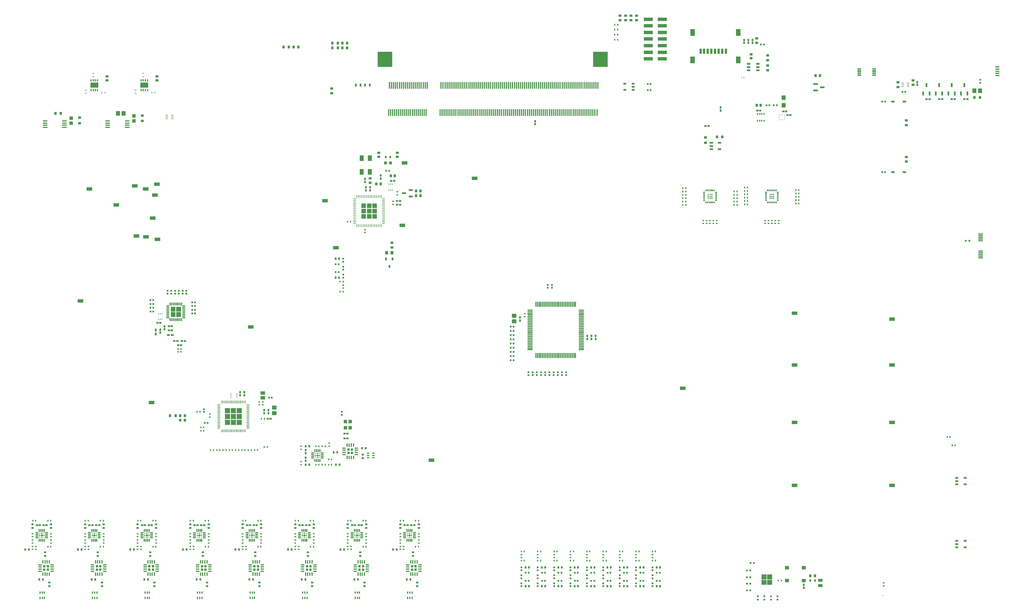
<source format=gtp>
G04*
G04 #@! TF.GenerationSoftware,Altium Limited,Altium Designer,22.10.1 (41)*
G04*
G04 Layer_Color=8421504*
%FSLAX25Y25*%
%MOIN*%
G70*
G04*
G04 #@! TF.SameCoordinates,72A4C529-D447-4618-9FEB-1D22E0D21F89*
G04*
G04*
G04 #@! TF.FilePolarity,Positive*
G04*
G01*
G75*
%ADD26R,0.05236X0.05236*%
%ADD27R,0.01772X0.01772*%
%ADD28R,0.01772X0.01772*%
%ADD29R,0.05866X0.05866*%
%ADD30R,0.02953X0.02953*%
%ADD31R,0.07087X0.03937*%
%ADD32R,0.02362X0.04724*%
%ADD33R,0.04724X0.03937*%
%ADD34R,0.05118X0.01772*%
%ADD35R,0.02165X0.03740*%
%ADD36R,0.02600X0.00900*%
G04:AMPARAMS|DCode=37|XSize=7.87mil|YSize=17.72mil|CornerRadius=1.97mil|HoleSize=0mil|Usage=FLASHONLY|Rotation=180.000|XOffset=0mil|YOffset=0mil|HoleType=Round|Shape=RoundedRectangle|*
%AMROUNDEDRECTD37*
21,1,0.00787,0.01378,0,0,180.0*
21,1,0.00394,0.01772,0,0,180.0*
1,1,0.00394,-0.00197,0.00689*
1,1,0.00394,0.00197,0.00689*
1,1,0.00394,0.00197,-0.00689*
1,1,0.00394,-0.00197,-0.00689*
%
%ADD37ROUNDEDRECTD37*%
%ADD38R,0.04331X0.02362*%
%ADD39R,0.00984X0.00591*%
%ADD40R,0.00984X0.01968*%
%ADD41R,0.02362X0.03150*%
%ADD42R,0.01968X0.01968*%
%ADD43R,0.04921X0.06890*%
%ADD44R,0.01378X0.02756*%
%ADD45R,0.09252X0.06221*%
%ADD46R,0.05200X0.02300*%
%ADD47R,0.04375X0.02365*%
%ADD48O,0.00984X0.03543*%
%ADD49O,0.03543X0.00984*%
%ADD50R,0.00100X0.00100*%
%ADD51R,0.01200X0.03200*%
%ADD52R,0.03200X0.01200*%
%ADD53R,0.03150X0.03740*%
%ADD54R,0.02362X0.02559*%
%ADD55R,0.03543X0.03937*%
%ADD56R,0.02756X0.03543*%
%ADD57R,0.02165X0.01772*%
%ADD58R,0.03347X0.03543*%
%ADD59R,0.02362X0.02165*%
%ADD60R,0.02165X0.03740*%
%ADD61R,0.01063X0.00984*%
%ADD62R,0.05512X0.01772*%
%ADD63R,0.05709X0.07874*%
%ADD64R,0.03150X0.05906*%
%ADD65R,0.01083X0.00984*%
%ADD66R,0.00984X0.01083*%
%ADD67R,0.04528X0.05709*%
%ADD68R,0.01181X0.02756*%
%ADD69R,0.01968X0.01378*%
%ADD70R,0.01378X0.01968*%
%ADD71R,0.01181X0.05906*%
%ADD72R,0.05906X0.01181*%
%ADD73R,0.10827X0.03937*%
%ADD74R,0.05339X0.04152*%
%ADD75R,0.02362X0.02362*%
%ADD76R,0.01073X0.01860*%
%ADD77R,0.02047X0.02047*%
%ADD78R,0.02323X0.02441*%
%ADD79O,0.03543X0.00787*%
%ADD80O,0.00787X0.03543*%
%ADD81O,0.05315X0.01181*%
%ADD82R,0.17700X0.18100*%
%ADD83R,0.01400X0.07900*%
G04:AMPARAMS|DCode=84|XSize=21.65mil|YSize=31.5mil|CornerRadius=1.95mil|HoleSize=0mil|Usage=FLASHONLY|Rotation=90.000|XOffset=0mil|YOffset=0mil|HoleType=Round|Shape=RoundedRectangle|*
%AMROUNDEDRECTD84*
21,1,0.02165,0.02760,0,0,90.0*
21,1,0.01776,0.03150,0,0,90.0*
1,1,0.00390,0.01380,0.00888*
1,1,0.00390,0.01380,-0.00888*
1,1,0.00390,-0.01380,-0.00888*
1,1,0.00390,-0.01380,0.00888*
%
%ADD84ROUNDEDRECTD84*%
%ADD85R,0.01535X0.03956*%
%ADD86R,0.03956X0.01535*%
%ADD87R,0.05472X0.03583*%
%ADD88R,0.03543X0.02756*%
%ADD89R,0.02284X0.02598*%
%ADD90R,0.02835X0.02047*%
%ADD91R,0.02441X0.02598*%
%ADD92R,0.03937X0.04134*%
%ADD93R,0.02200X0.02000*%
%ADD94R,0.02362X0.03740*%
%ADD95R,0.03850X0.02200*%
%ADD96R,0.05512X0.01181*%
%ADD97R,0.03740X0.03150*%
%ADD98R,0.03543X0.02953*%
%ADD99R,0.01860X0.01073*%
%ADD100R,0.04528X0.05512*%
%ADD101R,0.02953X0.03701*%
%ADD102R,0.02598X0.02441*%
%ADD103R,0.05512X0.04528*%
%ADD104R,0.03740X0.02165*%
%ADD105R,0.04331X0.03937*%
%ADD106R,0.02047X0.02835*%
%ADD107R,0.02953X0.03543*%
%ADD108R,0.02756X0.01181*%
%ADD109R,0.02441X0.02323*%
%ADD110R,0.00100X0.00100*%
%ADD111R,0.01772X0.02165*%
%ADD112R,0.02165X0.02362*%
%ADD113R,0.02000X0.02200*%
%ADD114R,0.04921X0.02362*%
G04:AMPARAMS|DCode=115|XSize=7.87mil|YSize=17.72mil|CornerRadius=1.97mil|HoleSize=0mil|Usage=FLASHONLY|Rotation=90.000|XOffset=0mil|YOffset=0mil|HoleType=Round|Shape=RoundedRectangle|*
%AMROUNDEDRECTD115*
21,1,0.00787,0.01378,0,0,90.0*
21,1,0.00394,0.01772,0,0,90.0*
1,1,0.00394,0.00689,0.00197*
1,1,0.00394,0.00689,-0.00197*
1,1,0.00394,-0.00689,-0.00197*
1,1,0.00394,-0.00689,0.00197*
%
%ADD115ROUNDEDRECTD115*%
G36*
X254006Y371894D02*
X248394D01*
Y377506D01*
X254006D01*
Y371894D01*
D02*
G37*
G36*
X247606D02*
X241994D01*
Y377506D01*
X247606D01*
Y371894D01*
D02*
G37*
G36*
X254006Y365494D02*
X248394D01*
Y371106D01*
X254006D01*
Y365494D01*
D02*
G37*
G36*
X247606D02*
X241994D01*
Y371106D01*
X247606D01*
Y365494D01*
D02*
G37*
G36*
X419455Y202444D02*
X419000D01*
X418444Y203000D01*
Y203455D01*
X419455D01*
Y202444D01*
D02*
G37*
G36*
X417656Y203000D02*
X417100Y202444D01*
X415901D01*
X415344Y203000D01*
Y203455D01*
X417656D01*
Y203000D01*
D02*
G37*
G36*
X414556D02*
X414000Y202444D01*
X413545D01*
Y203455D01*
X414556D01*
Y203000D01*
D02*
G37*
G36*
X419455Y199344D02*
X419000D01*
X418444Y199900D01*
Y201099D01*
X419000Y201656D01*
X419455D01*
Y199344D01*
D02*
G37*
G36*
X417656Y201099D02*
Y199900D01*
X417100Y199344D01*
X415901D01*
X415344Y199900D01*
Y201099D01*
X415901Y201656D01*
X417100D01*
X417656Y201099D01*
D02*
G37*
G36*
X414556D02*
Y199900D01*
X414000Y199344D01*
X413545D01*
Y201656D01*
X414000D01*
X414556Y201099D01*
D02*
G37*
G36*
X419455Y197545D02*
X418444D01*
Y198000D01*
X419000Y198556D01*
X419455D01*
Y197545D01*
D02*
G37*
G36*
X417656Y198000D02*
Y197545D01*
X415344D01*
Y198000D01*
X415901Y198556D01*
X417100D01*
X417656Y198000D01*
D02*
G37*
G36*
X414556D02*
Y197545D01*
X413545D01*
Y198556D01*
X414000D01*
X414556Y198000D01*
D02*
G37*
G36*
X528955Y107444D02*
X528501D01*
X527944Y108001D01*
Y108455D01*
X528955D01*
Y107444D01*
D02*
G37*
G36*
X527156Y108001D02*
X526600Y107444D01*
X525400D01*
X524844Y108001D01*
Y108455D01*
X527156D01*
Y108001D01*
D02*
G37*
G36*
X524056D02*
X523499Y107444D01*
X523045D01*
Y108455D01*
X524056D01*
Y108001D01*
D02*
G37*
G36*
X466455Y107444D02*
X466001D01*
X465444Y108001D01*
Y108455D01*
X466455D01*
Y107444D01*
D02*
G37*
G36*
X464656Y108001D02*
X464100Y107444D01*
X462900D01*
X462344Y108001D01*
Y108455D01*
X464656D01*
Y108001D01*
D02*
G37*
G36*
X461556D02*
X460999Y107444D01*
X460545D01*
Y108455D01*
X461556D01*
Y108001D01*
D02*
G37*
G36*
X403955Y107444D02*
X403501D01*
X402944Y108001D01*
Y108455D01*
X403955D01*
Y107444D01*
D02*
G37*
G36*
X402156Y108001D02*
X401600Y107444D01*
X400400D01*
X399844Y108001D01*
Y108455D01*
X402156D01*
Y108001D01*
D02*
G37*
G36*
X399056D02*
X398499Y107444D01*
X398045D01*
Y108455D01*
X399056D01*
Y108001D01*
D02*
G37*
G36*
X341455Y107444D02*
X341001D01*
X340444Y108001D01*
Y108455D01*
X341455D01*
Y107444D01*
D02*
G37*
G36*
X339656Y108001D02*
X339100Y107444D01*
X337900D01*
X337344Y108001D01*
Y108455D01*
X339656D01*
Y108001D01*
D02*
G37*
G36*
X336556D02*
X335999Y107444D01*
X335545D01*
Y108455D01*
X336556D01*
Y108001D01*
D02*
G37*
G36*
X278955Y107444D02*
X278501D01*
X277944Y108001D01*
Y108455D01*
X278955D01*
Y107444D01*
D02*
G37*
G36*
X277156Y108001D02*
X276600Y107444D01*
X275400D01*
X274844Y108001D01*
Y108455D01*
X277156D01*
Y108001D01*
D02*
G37*
G36*
X274056D02*
X273499Y107444D01*
X273045D01*
Y108455D01*
X274056D01*
Y108001D01*
D02*
G37*
G36*
X216455Y107444D02*
X216001D01*
X215444Y108001D01*
Y108455D01*
X216455D01*
Y107444D01*
D02*
G37*
G36*
X214656Y108001D02*
X214100Y107444D01*
X212900D01*
X212344Y108001D01*
Y108455D01*
X214656D01*
Y108001D01*
D02*
G37*
G36*
X211556D02*
X210999Y107444D01*
X210545D01*
Y108455D01*
X211556D01*
Y108001D01*
D02*
G37*
G36*
X153955Y107444D02*
X153500D01*
X152944Y108001D01*
Y108455D01*
X153955D01*
Y107444D01*
D02*
G37*
G36*
X152156Y108001D02*
X151600Y107444D01*
X150400D01*
X149844Y108001D01*
Y108455D01*
X152156D01*
Y108001D01*
D02*
G37*
G36*
X149056D02*
X148500Y107444D01*
X148045D01*
Y108455D01*
X149056D01*
Y108001D01*
D02*
G37*
G36*
X91455Y107444D02*
X91000D01*
X90444Y108001D01*
Y108455D01*
X91455D01*
Y107444D01*
D02*
G37*
G36*
X89656Y108001D02*
X89100Y107444D01*
X87901D01*
X87344Y108001D01*
Y108455D01*
X89656D01*
Y108001D01*
D02*
G37*
G36*
X86556D02*
X86000Y107444D01*
X85545D01*
Y108455D01*
X86556D01*
Y108001D01*
D02*
G37*
G36*
X528955Y104344D02*
X528501D01*
X527944Y104901D01*
Y106099D01*
X528501Y106656D01*
X528955D01*
Y104344D01*
D02*
G37*
G36*
X527156Y106099D02*
Y104901D01*
X526600Y104344D01*
X525400D01*
X524844Y104901D01*
Y106099D01*
X525400Y106656D01*
X526600D01*
X527156Y106099D01*
D02*
G37*
G36*
X524056D02*
Y104901D01*
X523499Y104344D01*
X523045D01*
Y106656D01*
X523499D01*
X524056Y106099D01*
D02*
G37*
G36*
X466455Y104344D02*
X466001D01*
X465444Y104901D01*
Y106099D01*
X466001Y106656D01*
X466455D01*
Y104344D01*
D02*
G37*
G36*
X464656Y106099D02*
Y104901D01*
X464100Y104344D01*
X462900D01*
X462344Y104901D01*
Y106099D01*
X462900Y106656D01*
X464100D01*
X464656Y106099D01*
D02*
G37*
G36*
X461556D02*
Y104901D01*
X460999Y104344D01*
X460545D01*
Y106656D01*
X460999D01*
X461556Y106099D01*
D02*
G37*
G36*
X403955Y104344D02*
X403501D01*
X402944Y104901D01*
Y106099D01*
X403501Y106656D01*
X403955D01*
Y104344D01*
D02*
G37*
G36*
X402156Y106099D02*
Y104901D01*
X401600Y104344D01*
X400400D01*
X399844Y104901D01*
Y106099D01*
X400400Y106656D01*
X401600D01*
X402156Y106099D01*
D02*
G37*
G36*
X399056D02*
Y104901D01*
X398499Y104344D01*
X398045D01*
Y106656D01*
X398499D01*
X399056Y106099D01*
D02*
G37*
G36*
X341455Y104344D02*
X341001D01*
X340444Y104901D01*
Y106099D01*
X341001Y106656D01*
X341455D01*
Y104344D01*
D02*
G37*
G36*
X339656Y106099D02*
Y104901D01*
X339100Y104344D01*
X337900D01*
X337344Y104901D01*
Y106099D01*
X337900Y106656D01*
X339100D01*
X339656Y106099D01*
D02*
G37*
G36*
X336556D02*
Y104901D01*
X335999Y104344D01*
X335545D01*
Y106656D01*
X335999D01*
X336556Y106099D01*
D02*
G37*
G36*
X278955Y104344D02*
X278501D01*
X277944Y104901D01*
Y106099D01*
X278501Y106656D01*
X278955D01*
Y104344D01*
D02*
G37*
G36*
X277156Y106099D02*
Y104901D01*
X276600Y104344D01*
X275400D01*
X274844Y104901D01*
Y106099D01*
X275400Y106656D01*
X276600D01*
X277156Y106099D01*
D02*
G37*
G36*
X274056D02*
Y104901D01*
X273499Y104344D01*
X273045D01*
Y106656D01*
X273499D01*
X274056Y106099D01*
D02*
G37*
G36*
X216455Y104344D02*
X216001D01*
X215444Y104901D01*
Y106099D01*
X216001Y106656D01*
X216455D01*
Y104344D01*
D02*
G37*
G36*
X214656Y106099D02*
Y104901D01*
X214100Y104344D01*
X212900D01*
X212344Y104901D01*
Y106099D01*
X212900Y106656D01*
X214100D01*
X214656Y106099D01*
D02*
G37*
G36*
X211556D02*
Y104901D01*
X210999Y104344D01*
X210545D01*
Y106656D01*
X210999D01*
X211556Y106099D01*
D02*
G37*
G36*
X153955Y104344D02*
X153500D01*
X152944Y104901D01*
Y106099D01*
X153500Y106656D01*
X153955D01*
Y104344D01*
D02*
G37*
G36*
X152156Y106099D02*
Y104901D01*
X151600Y104344D01*
X150400D01*
X149844Y104901D01*
Y106099D01*
X150400Y106656D01*
X151600D01*
X152156Y106099D01*
D02*
G37*
G36*
X149056D02*
Y104901D01*
X148500Y104344D01*
X148045D01*
Y106656D01*
X148500D01*
X149056Y106099D01*
D02*
G37*
G36*
X91455Y104344D02*
X91000D01*
X90444Y104901D01*
Y106099D01*
X91000Y106656D01*
X91455D01*
Y104344D01*
D02*
G37*
G36*
X89656Y106099D02*
Y104901D01*
X89100Y104344D01*
X87901D01*
X87344Y104901D01*
Y106099D01*
X87901Y106656D01*
X89100D01*
X89656Y106099D01*
D02*
G37*
G36*
X86556D02*
Y104901D01*
X86000Y104344D01*
X85545D01*
Y106656D01*
X86000D01*
X86556Y106099D01*
D02*
G37*
G36*
X528955Y102545D02*
X527944D01*
Y102999D01*
X528501Y103556D01*
X528955D01*
Y102545D01*
D02*
G37*
G36*
X527156Y102999D02*
Y102545D01*
X524844D01*
Y102999D01*
X525400Y103556D01*
X526600D01*
X527156Y102999D01*
D02*
G37*
G36*
X524056D02*
Y102545D01*
X523045D01*
Y103556D01*
X523499D01*
X524056Y102999D01*
D02*
G37*
G36*
X466455Y102545D02*
X465444D01*
Y102999D01*
X466001Y103556D01*
X466455D01*
Y102545D01*
D02*
G37*
G36*
X464656Y102999D02*
Y102545D01*
X462344D01*
Y102999D01*
X462900Y103556D01*
X464100D01*
X464656Y102999D01*
D02*
G37*
G36*
X461556D02*
Y102545D01*
X460545D01*
Y103556D01*
X460999D01*
X461556Y102999D01*
D02*
G37*
G36*
X403955Y102545D02*
X402944D01*
Y102999D01*
X403501Y103556D01*
X403955D01*
Y102545D01*
D02*
G37*
G36*
X402156Y102999D02*
Y102545D01*
X399844D01*
Y102999D01*
X400400Y103556D01*
X401600D01*
X402156Y102999D01*
D02*
G37*
G36*
X399056D02*
Y102545D01*
X398045D01*
Y103556D01*
X398499D01*
X399056Y102999D01*
D02*
G37*
G36*
X341455Y102545D02*
X340444D01*
Y102999D01*
X341001Y103556D01*
X341455D01*
Y102545D01*
D02*
G37*
G36*
X339656Y102999D02*
Y102545D01*
X337344D01*
Y102999D01*
X337900Y103556D01*
X339100D01*
X339656Y102999D01*
D02*
G37*
G36*
X336556D02*
Y102545D01*
X335545D01*
Y103556D01*
X335999D01*
X336556Y102999D01*
D02*
G37*
G36*
X278955Y102545D02*
X277944D01*
Y102999D01*
X278501Y103556D01*
X278955D01*
Y102545D01*
D02*
G37*
G36*
X277156Y102999D02*
Y102545D01*
X274844D01*
Y102999D01*
X275400Y103556D01*
X276600D01*
X277156Y102999D01*
D02*
G37*
G36*
X274056D02*
Y102545D01*
X273045D01*
Y103556D01*
X273499D01*
X274056Y102999D01*
D02*
G37*
G36*
X216455Y102545D02*
X215444D01*
Y102999D01*
X216001Y103556D01*
X216455D01*
Y102545D01*
D02*
G37*
G36*
X214656Y102999D02*
Y102545D01*
X212344D01*
Y102999D01*
X212900Y103556D01*
X214100D01*
X214656Y102999D01*
D02*
G37*
G36*
X211556D02*
Y102545D01*
X210545D01*
Y103556D01*
X210999D01*
X211556Y102999D01*
D02*
G37*
G36*
X153955Y102545D02*
X152944D01*
Y102999D01*
X153500Y103556D01*
X153955D01*
Y102545D01*
D02*
G37*
G36*
X152156Y102999D02*
Y102545D01*
X149844D01*
Y102999D01*
X150400Y103556D01*
X151600D01*
X152156Y102999D01*
D02*
G37*
G36*
X149056D02*
Y102545D01*
X148045D01*
Y103556D01*
X148500D01*
X149056Y102999D01*
D02*
G37*
G36*
X91455Y102545D02*
X90444D01*
Y102999D01*
X91000Y103556D01*
X91455D01*
Y102545D01*
D02*
G37*
G36*
X89656Y102999D02*
Y102545D01*
X87344D01*
Y102999D01*
X87901Y103556D01*
X89100D01*
X89656Y102999D01*
D02*
G37*
G36*
X86556D02*
Y102545D01*
X85545D01*
Y103556D01*
X86000D01*
X86556Y102999D01*
D02*
G37*
G36*
X957364Y53035D02*
X951551D01*
Y58848D01*
X957364D01*
Y53035D01*
D02*
G37*
G36*
X950764D02*
X944951D01*
Y58848D01*
X950764D01*
Y53035D01*
D02*
G37*
G36*
X957364Y46435D02*
X951551D01*
Y52248D01*
X957364D01*
Y46435D01*
D02*
G37*
G36*
X950764D02*
X944951D01*
Y52248D01*
X950764D01*
Y46435D01*
D02*
G37*
D26*
X484453Y497937D02*
D03*
X484452Y491504D02*
D03*
Y485075D02*
D03*
X478032Y497937D02*
D03*
X471595Y497937D02*
D03*
X471594Y491503D02*
D03*
X478031Y491504D02*
D03*
X471594Y485074D02*
D03*
X478031Y485075D02*
D03*
D27*
X955019Y511119D02*
D03*
X957172Y511103D02*
D03*
X959239D02*
D03*
X881518Y511119D02*
D03*
X883672Y511103D02*
D03*
X885739D02*
D03*
D28*
X955105Y509033D02*
D03*
X955113Y506970D02*
D03*
X957172Y509033D02*
D03*
Y506970D02*
D03*
X959239Y509033D02*
D03*
Y506970D02*
D03*
X881605Y509033D02*
D03*
X881613Y506970D02*
D03*
X883672Y509033D02*
D03*
Y506970D02*
D03*
X885739Y509033D02*
D03*
Y506970D02*
D03*
D29*
X323560Y253984D02*
D03*
X316504D02*
D03*
X323560Y246929D02*
D03*
X316504D02*
D03*
X316504Y239890D02*
D03*
X323559D02*
D03*
X309484D02*
D03*
X309485Y253984D02*
D03*
Y246929D02*
D03*
D30*
X533236Y68567D02*
D03*
X533236Y64437D02*
D03*
X529102Y68567D02*
D03*
X529102Y64437D02*
D03*
X453433Y207575D02*
D03*
X457563D02*
D03*
X453433Y203441D02*
D03*
X457563D02*
D03*
X95736Y68567D02*
D03*
X95736Y64437D02*
D03*
X91602Y68567D02*
D03*
X91602Y64437D02*
D03*
X154102D02*
D03*
X154102Y68567D02*
D03*
X158236Y64437D02*
D03*
X158236Y68567D02*
D03*
X216602Y64437D02*
D03*
X216602Y68567D02*
D03*
X220736Y64437D02*
D03*
X220736Y68567D02*
D03*
X279102Y64437D02*
D03*
Y68567D02*
D03*
X283236Y64437D02*
D03*
Y68567D02*
D03*
X341602Y64437D02*
D03*
Y68567D02*
D03*
X345736Y64437D02*
D03*
Y68567D02*
D03*
X404102Y64437D02*
D03*
Y68567D02*
D03*
X408236Y64437D02*
D03*
Y68567D02*
D03*
X470736Y68567D02*
D03*
X470736Y64437D02*
D03*
X466602Y68567D02*
D03*
X466602Y64437D02*
D03*
D31*
X145000Y518000D02*
D03*
X199181Y521500D02*
D03*
X212000Y518000D02*
D03*
X201000Y462000D02*
D03*
X212500Y461000D02*
D03*
X226000Y458000D02*
D03*
X220500Y483095D02*
D03*
X223000Y510500D02*
D03*
X225500Y523500D02*
D03*
X177000Y499000D02*
D03*
X218972Y263386D02*
D03*
X984000Y370000D02*
D03*
X1100000Y363000D02*
D03*
X984000Y240000D02*
D03*
X1100000D02*
D03*
Y165000D02*
D03*
X984000D02*
D03*
X552205Y194748D02*
D03*
X337000Y353500D02*
D03*
X134500Y384500D02*
D03*
X1100000Y308071D02*
D03*
X984000D02*
D03*
X438500Y448000D02*
D03*
X517500Y474500D02*
D03*
X425500Y504000D02*
D03*
X520000Y549000D02*
D03*
X603386Y530687D02*
D03*
X851000Y280500D02*
D03*
D32*
X1137260Y631579D02*
D03*
X1144740D02*
D03*
X1141000Y641421D02*
D03*
X1152260Y631579D02*
D03*
X1159740D02*
D03*
X1156000Y641421D02*
D03*
X1167260Y631579D02*
D03*
X1174740D02*
D03*
X1171000Y641421D02*
D03*
X1182260Y631579D02*
D03*
X1189740D02*
D03*
X1186000Y641421D02*
D03*
D33*
X975158Y51642D02*
D03*
Y66996D02*
D03*
X995158D02*
D03*
Y51642D02*
D03*
D34*
X1225583Y663118D02*
D03*
Y660559D02*
D03*
Y658000D02*
D03*
Y655441D02*
D03*
Y652882D02*
D03*
D35*
X224000Y349764D02*
D03*
Y345236D02*
D03*
D36*
X1119250Y643713D02*
D03*
Y641744D02*
D03*
Y639776D02*
D03*
X1112750D02*
D03*
Y641744D02*
D03*
Y643713D02*
D03*
X237250Y605469D02*
D03*
Y603500D02*
D03*
Y601532D02*
D03*
X243750D02*
D03*
Y603500D02*
D03*
Y605469D02*
D03*
D37*
X501532Y523445D02*
D03*
X503500D02*
D03*
X505469D02*
D03*
Y516555D02*
D03*
X503500D02*
D03*
X501532D02*
D03*
X231492Y369264D02*
D03*
X229524D02*
D03*
X227555D02*
D03*
Y362374D02*
D03*
X229524D02*
D03*
X231492D02*
D03*
D38*
X885276Y572740D02*
D03*
Y569000D02*
D03*
Y565260D02*
D03*
X894724D02*
D03*
Y572740D02*
D03*
D39*
X921220Y651189D02*
D03*
Y649811D02*
D03*
D40*
X923779Y650500D02*
D03*
D41*
X1002902Y51642D02*
D03*
X1008413D02*
D03*
X503256Y556000D02*
D03*
X497744D02*
D03*
D42*
X717500Y67319D02*
D03*
Y63776D02*
D03*
Y57819D02*
D03*
Y54276D02*
D03*
X447000Y434772D02*
D03*
Y431228D02*
D03*
Y421728D02*
D03*
Y425272D02*
D03*
Y412228D02*
D03*
Y415772D02*
D03*
X795500Y48319D02*
D03*
Y44776D02*
D03*
Y57819D02*
D03*
Y54276D02*
D03*
Y67319D02*
D03*
Y63776D02*
D03*
X698000Y48319D02*
D03*
Y44776D02*
D03*
Y57819D02*
D03*
Y54276D02*
D03*
Y67319D02*
D03*
Y63776D02*
D03*
X776000Y48319D02*
D03*
Y44776D02*
D03*
Y57819D02*
D03*
Y54276D02*
D03*
Y67319D02*
D03*
Y63776D02*
D03*
X678500Y48319D02*
D03*
Y44776D02*
D03*
Y57819D02*
D03*
Y54276D02*
D03*
Y67319D02*
D03*
Y63776D02*
D03*
X756500Y48319D02*
D03*
Y44776D02*
D03*
Y57819D02*
D03*
Y54276D02*
D03*
Y67319D02*
D03*
Y63776D02*
D03*
X659000Y48319D02*
D03*
Y44776D02*
D03*
Y57819D02*
D03*
Y54276D02*
D03*
Y67319D02*
D03*
Y63776D02*
D03*
X737000Y48319D02*
D03*
Y44776D02*
D03*
Y57819D02*
D03*
Y54276D02*
D03*
Y67319D02*
D03*
Y63776D02*
D03*
X815000Y48319D02*
D03*
Y44776D02*
D03*
Y57819D02*
D03*
Y54276D02*
D03*
Y67319D02*
D03*
Y63776D02*
D03*
X717500Y48319D02*
D03*
Y44776D02*
D03*
D43*
X478942Y538232D02*
D03*
X469257D02*
D03*
X478942Y554374D02*
D03*
X469257D02*
D03*
D44*
X214339Y647307D02*
D03*
X211779D02*
D03*
X209221D02*
D03*
X206661D02*
D03*
Y635693D02*
D03*
X209221D02*
D03*
X211779D02*
D03*
X214339D02*
D03*
X154839Y647307D02*
D03*
X152279D02*
D03*
X149721D02*
D03*
X147161D02*
D03*
Y635693D02*
D03*
X149721D02*
D03*
X152279D02*
D03*
X154839D02*
D03*
D45*
X210500Y641500D02*
D03*
X151000D02*
D03*
D46*
X1017000Y639000D02*
D03*
X1009000Y635260D02*
D03*
Y642740D02*
D03*
D47*
X1114791Y538000D02*
D03*
X1101209D02*
D03*
X1114791Y622000D02*
D03*
X1101209D02*
D03*
D48*
X492764Y508724D02*
D03*
X490795D02*
D03*
X488827D02*
D03*
X486858D02*
D03*
X484890D02*
D03*
X482921D02*
D03*
X480953D02*
D03*
X478984D02*
D03*
X477016D02*
D03*
X475047D02*
D03*
X473079D02*
D03*
X471110D02*
D03*
X469142D02*
D03*
X467173D02*
D03*
X465205D02*
D03*
X463236D02*
D03*
Y474276D02*
D03*
X465205D02*
D03*
X467173D02*
D03*
X469142D02*
D03*
X471110D02*
D03*
X473079D02*
D03*
X475047D02*
D03*
X477016D02*
D03*
X478984D02*
D03*
X480953D02*
D03*
X482921D02*
D03*
X484890D02*
D03*
X486858D02*
D03*
X488827D02*
D03*
X490795D02*
D03*
X492764D02*
D03*
D49*
X460776Y506264D02*
D03*
Y504295D02*
D03*
Y502327D02*
D03*
Y500358D02*
D03*
Y498390D02*
D03*
Y496421D02*
D03*
Y494453D02*
D03*
Y492484D02*
D03*
Y490516D02*
D03*
Y488547D02*
D03*
Y486579D02*
D03*
Y484610D02*
D03*
Y482642D02*
D03*
Y480673D02*
D03*
Y478705D02*
D03*
Y476736D02*
D03*
X495224D02*
D03*
Y478705D02*
D03*
Y480673D02*
D03*
Y482642D02*
D03*
Y484610D02*
D03*
Y486579D02*
D03*
Y488547D02*
D03*
Y490516D02*
D03*
Y492484D02*
D03*
Y494453D02*
D03*
Y496421D02*
D03*
Y498390D02*
D03*
Y500358D02*
D03*
Y502327D02*
D03*
Y504295D02*
D03*
Y506264D02*
D03*
D50*
X401000Y105500D02*
D03*
X526000D02*
D03*
X248000Y371500D02*
D03*
X88500Y105500D02*
D03*
X151000D02*
D03*
X213500D02*
D03*
X276000D02*
D03*
X338500D02*
D03*
X463500D02*
D03*
D51*
X403953Y99700D02*
D03*
X401984D02*
D03*
X400016D02*
D03*
X398047D02*
D03*
Y111300D02*
D03*
X400016D02*
D03*
X401984D02*
D03*
X403953D02*
D03*
X528953D02*
D03*
X526984D02*
D03*
X525016D02*
D03*
X523047D02*
D03*
Y99700D02*
D03*
X525016D02*
D03*
X526984D02*
D03*
X528953D02*
D03*
X254890Y380950D02*
D03*
X252921D02*
D03*
X250953D02*
D03*
X248984D02*
D03*
X247016D02*
D03*
X245047D02*
D03*
X243079D02*
D03*
X241110D02*
D03*
Y362050D02*
D03*
X243079D02*
D03*
X245047D02*
D03*
X247016D02*
D03*
X248984D02*
D03*
X250953D02*
D03*
X252921D02*
D03*
X254890D02*
D03*
X419453Y206300D02*
D03*
X417484D02*
D03*
X415516D02*
D03*
X413547D02*
D03*
Y194700D02*
D03*
X415516D02*
D03*
X417484D02*
D03*
X419453D02*
D03*
X91453Y111300D02*
D03*
X89484D02*
D03*
X87516D02*
D03*
X85547D02*
D03*
Y99700D02*
D03*
X87516D02*
D03*
X89484D02*
D03*
X91453D02*
D03*
X153953D02*
D03*
X151984D02*
D03*
X150016D02*
D03*
X148047D02*
D03*
Y111300D02*
D03*
X150016D02*
D03*
X151984D02*
D03*
X153953D02*
D03*
X216453Y99700D02*
D03*
X214484D02*
D03*
X212516D02*
D03*
X210547D02*
D03*
Y111300D02*
D03*
X212516D02*
D03*
X214484D02*
D03*
X216453D02*
D03*
X278953Y99700D02*
D03*
X276984D02*
D03*
X275016D02*
D03*
X273047D02*
D03*
Y111300D02*
D03*
X275016D02*
D03*
X276984D02*
D03*
X278953D02*
D03*
X341453D02*
D03*
X339484D02*
D03*
X337516D02*
D03*
X335547D02*
D03*
Y99700D02*
D03*
X337516D02*
D03*
X339484D02*
D03*
X341453D02*
D03*
X466453Y111300D02*
D03*
X464484D02*
D03*
X462516D02*
D03*
X460547D02*
D03*
Y99700D02*
D03*
X462516D02*
D03*
X464484D02*
D03*
X466453D02*
D03*
D52*
X395200Y102547D02*
D03*
Y104516D02*
D03*
Y106484D02*
D03*
Y108453D02*
D03*
X406800D02*
D03*
Y106484D02*
D03*
Y104516D02*
D03*
Y102547D02*
D03*
X531800D02*
D03*
Y104516D02*
D03*
Y106484D02*
D03*
Y108453D02*
D03*
X520200D02*
D03*
Y106484D02*
D03*
Y104516D02*
D03*
Y102547D02*
D03*
X257450Y364610D02*
D03*
Y366579D02*
D03*
Y368547D02*
D03*
Y370516D02*
D03*
Y372484D02*
D03*
Y374453D02*
D03*
Y376421D02*
D03*
Y378390D02*
D03*
X238550D02*
D03*
Y376421D02*
D03*
Y374453D02*
D03*
Y372484D02*
D03*
Y370516D02*
D03*
Y368547D02*
D03*
Y366579D02*
D03*
Y364610D02*
D03*
X410700Y203453D02*
D03*
Y201484D02*
D03*
Y199516D02*
D03*
Y197547D02*
D03*
X422300D02*
D03*
Y199516D02*
D03*
Y201484D02*
D03*
Y203453D02*
D03*
X94300Y102547D02*
D03*
Y104516D02*
D03*
Y106484D02*
D03*
Y108453D02*
D03*
X82700D02*
D03*
Y106484D02*
D03*
Y104516D02*
D03*
Y102547D02*
D03*
X145200D02*
D03*
Y104516D02*
D03*
Y106484D02*
D03*
Y108453D02*
D03*
X156800D02*
D03*
Y106484D02*
D03*
Y104516D02*
D03*
Y102547D02*
D03*
X207700D02*
D03*
Y104516D02*
D03*
Y106484D02*
D03*
Y108453D02*
D03*
X219300D02*
D03*
Y106484D02*
D03*
Y104516D02*
D03*
Y102547D02*
D03*
X270200D02*
D03*
Y104516D02*
D03*
Y106484D02*
D03*
Y108453D02*
D03*
X281800D02*
D03*
Y106484D02*
D03*
Y104516D02*
D03*
Y102547D02*
D03*
X344300D02*
D03*
Y104516D02*
D03*
Y106484D02*
D03*
Y108453D02*
D03*
X332700D02*
D03*
Y106484D02*
D03*
Y104516D02*
D03*
Y102547D02*
D03*
X469300D02*
D03*
Y104516D02*
D03*
Y106484D02*
D03*
Y108453D02*
D03*
X457700D02*
D03*
Y106484D02*
D03*
Y104516D02*
D03*
Y102547D02*
D03*
D53*
X486342Y524000D02*
D03*
X491657D02*
D03*
X376039Y686721D02*
D03*
X382535D02*
D03*
X434252Y686000D02*
D03*
X440748D02*
D03*
X247748Y248000D02*
D03*
X241252D02*
D03*
X891752Y580000D02*
D03*
X898248D02*
D03*
X104752Y608000D02*
D03*
X111248D02*
D03*
X1198252Y627000D02*
D03*
X1204748D02*
D03*
X434252Y691500D02*
D03*
X440748D02*
D03*
D54*
X675500Y595327D02*
D03*
Y598673D02*
D03*
D55*
X505150Y442000D02*
D03*
X498850D02*
D03*
D56*
X1008413Y57142D02*
D03*
X1002902D02*
D03*
X258756Y242500D02*
D03*
X253244D02*
D03*
X1009044Y653000D02*
D03*
X1014556D02*
D03*
X451756Y691500D02*
D03*
X446244D02*
D03*
X446244Y686000D02*
D03*
X451756D02*
D03*
X388231Y686721D02*
D03*
X393743D02*
D03*
X258756Y248000D02*
D03*
X253244D02*
D03*
D57*
X1090000Y48772D02*
D03*
Y45228D02*
D03*
X511500Y510976D02*
D03*
Y514520D02*
D03*
X473079Y469272D02*
D03*
Y465728D02*
D03*
X506500Y503114D02*
D03*
Y499571D02*
D03*
X663000Y365728D02*
D03*
Y369272D02*
D03*
X288500Y246228D02*
D03*
Y249772D02*
D03*
X351500Y264272D02*
D03*
Y260728D02*
D03*
X347500D02*
D03*
Y264272D02*
D03*
X254232Y327272D02*
D03*
Y323728D02*
D03*
X250768D02*
D03*
Y327272D02*
D03*
X397000Y189528D02*
D03*
Y193072D02*
D03*
Y211472D02*
D03*
Y207928D02*
D03*
X430500Y215072D02*
D03*
Y211528D02*
D03*
X447000Y403272D02*
D03*
Y399728D02*
D03*
X77500Y92272D02*
D03*
Y88728D02*
D03*
X140000D02*
D03*
Y92272D02*
D03*
X202500Y88728D02*
D03*
Y92272D02*
D03*
X265000Y88728D02*
D03*
Y92272D02*
D03*
X327500Y88728D02*
D03*
Y92272D02*
D03*
X390000Y88728D02*
D03*
Y92272D02*
D03*
X452500D02*
D03*
Y88728D02*
D03*
X515000Y92272D02*
D03*
Y88728D02*
D03*
X81500Y92272D02*
D03*
Y88728D02*
D03*
X144000D02*
D03*
Y92272D02*
D03*
X206500Y88728D02*
D03*
Y92272D02*
D03*
X269000Y88728D02*
D03*
Y92272D02*
D03*
X331500Y88728D02*
D03*
Y92272D02*
D03*
X394000Y88728D02*
D03*
Y92272D02*
D03*
X456500D02*
D03*
Y88728D02*
D03*
X519000Y92272D02*
D03*
Y88728D02*
D03*
X77500Y96228D02*
D03*
Y99772D02*
D03*
X140000D02*
D03*
Y96228D02*
D03*
X202500Y99772D02*
D03*
Y96228D02*
D03*
X265000Y99772D02*
D03*
Y96228D02*
D03*
X327500Y99772D02*
D03*
Y96228D02*
D03*
X390000Y99772D02*
D03*
Y96228D02*
D03*
X452500D02*
D03*
Y99772D02*
D03*
X515000Y96228D02*
D03*
Y99772D02*
D03*
X99500Y96228D02*
D03*
Y99772D02*
D03*
X162000D02*
D03*
Y96228D02*
D03*
X224500Y99772D02*
D03*
Y96228D02*
D03*
X287000Y99772D02*
D03*
Y96228D02*
D03*
X349500Y99772D02*
D03*
Y96228D02*
D03*
X412000Y99772D02*
D03*
Y96228D02*
D03*
X474500D02*
D03*
Y99772D02*
D03*
X537000Y96228D02*
D03*
Y99772D02*
D03*
X99500Y103728D02*
D03*
Y107272D02*
D03*
X162000D02*
D03*
Y103728D02*
D03*
X224500Y107272D02*
D03*
Y103728D02*
D03*
X287000Y107272D02*
D03*
Y103728D02*
D03*
X349500Y107272D02*
D03*
Y103728D02*
D03*
X412000Y107272D02*
D03*
Y103728D02*
D03*
X474500D02*
D03*
Y107272D02*
D03*
X537000Y103728D02*
D03*
Y107272D02*
D03*
X77500Y103728D02*
D03*
Y107272D02*
D03*
X140000D02*
D03*
Y103728D02*
D03*
X202500Y107272D02*
D03*
Y103728D02*
D03*
X265000Y107272D02*
D03*
Y103728D02*
D03*
X327500Y107272D02*
D03*
Y103728D02*
D03*
X390000Y107272D02*
D03*
Y103728D02*
D03*
X452500D02*
D03*
Y107272D02*
D03*
X515000Y103728D02*
D03*
Y107272D02*
D03*
X795500Y82319D02*
D03*
Y78776D02*
D03*
X698000Y82319D02*
D03*
Y78776D02*
D03*
X776000Y82319D02*
D03*
Y78776D02*
D03*
X678500Y82319D02*
D03*
Y78776D02*
D03*
X756500Y82319D02*
D03*
Y78776D02*
D03*
X659000Y82319D02*
D03*
Y78776D02*
D03*
X737000Y82319D02*
D03*
Y78776D02*
D03*
X815000Y82319D02*
D03*
Y78776D02*
D03*
X717500Y82319D02*
D03*
Y78776D02*
D03*
X875500Y476728D02*
D03*
Y480272D02*
D03*
X879500Y476728D02*
D03*
Y480272D02*
D03*
X883500Y476728D02*
D03*
Y480272D02*
D03*
X887500Y476728D02*
D03*
Y480272D02*
D03*
X891500Y476728D02*
D03*
Y480272D02*
D03*
X949000Y476728D02*
D03*
Y480272D02*
D03*
X953000Y476728D02*
D03*
Y480272D02*
D03*
X957000Y476728D02*
D03*
Y480272D02*
D03*
X961000Y476728D02*
D03*
Y480272D02*
D03*
X965000Y476728D02*
D03*
Y480272D02*
D03*
D58*
X497449Y549000D02*
D03*
X503551D02*
D03*
D59*
X812673Y643000D02*
D03*
X809327D02*
D03*
X1112327Y633500D02*
D03*
X1115673D02*
D03*
X1088327Y622000D02*
D03*
X1091673D02*
D03*
X1088327Y538000D02*
D03*
X1091673D02*
D03*
X649673Y354000D02*
D03*
X646327D02*
D03*
X649673Y349000D02*
D03*
X646327D02*
D03*
X649673Y344000D02*
D03*
X646327D02*
D03*
X649673Y339000D02*
D03*
X646327D02*
D03*
X649673Y334000D02*
D03*
X646327D02*
D03*
X649673Y329000D02*
D03*
X646327D02*
D03*
X649673Y319000D02*
D03*
X646327D02*
D03*
X649673Y314000D02*
D03*
X646327D02*
D03*
Y324000D02*
D03*
X649673D02*
D03*
X285673Y239126D02*
D03*
X282327D02*
D03*
X267327Y369500D02*
D03*
X270673D02*
D03*
X267327Y374000D02*
D03*
X270673D02*
D03*
X267327Y378500D02*
D03*
X270673D02*
D03*
X267327Y383000D02*
D03*
X270673D02*
D03*
X221173Y385500D02*
D03*
X217827D02*
D03*
Y381000D02*
D03*
X221173D02*
D03*
X217827Y376500D02*
D03*
X221173D02*
D03*
X217827Y372000D02*
D03*
X221173D02*
D03*
X812673Y635500D02*
D03*
X809327D02*
D03*
D60*
X478854Y641500D02*
D03*
X473146D02*
D03*
X467854D02*
D03*
X462146D02*
D03*
D61*
X1090000Y34000D02*
D03*
X1088327D02*
D03*
D62*
X166886Y598839D02*
D03*
Y596279D02*
D03*
Y593720D02*
D03*
Y591161D02*
D03*
X190114Y598839D02*
D03*
Y596279D02*
D03*
Y593720D02*
D03*
Y591161D02*
D03*
X92386Y598839D02*
D03*
Y596279D02*
D03*
Y593720D02*
D03*
Y591161D02*
D03*
X115614Y598839D02*
D03*
Y596279D02*
D03*
Y593720D02*
D03*
Y591161D02*
D03*
D63*
X862933Y671496D02*
D03*
Y704173D02*
D03*
X917067D02*
D03*
Y671496D02*
D03*
D64*
X902618Y681732D02*
D03*
X898287D02*
D03*
X893957D02*
D03*
X889626D02*
D03*
X885295D02*
D03*
X880965D02*
D03*
X876634D02*
D03*
X872303D02*
D03*
D65*
X971982Y600118D02*
D03*
Y602087D02*
D03*
Y604055D02*
D03*
Y606024D02*
D03*
X965978D02*
D03*
Y604055D02*
D03*
Y602087D02*
D03*
Y600118D02*
D03*
D66*
X969965Y606073D02*
D03*
X967997D02*
D03*
Y600069D02*
D03*
X969965D02*
D03*
D67*
X970980Y626598D02*
D03*
Y617543D02*
D03*
D68*
X523941Y37150D02*
D03*
X526500D02*
D03*
X529059D02*
D03*
Y30850D02*
D03*
X526500D02*
D03*
X523941D02*
D03*
X86441D02*
D03*
X89000D02*
D03*
X91559D02*
D03*
Y37150D02*
D03*
X89000D02*
D03*
X86441D02*
D03*
X148941D02*
D03*
X151500D02*
D03*
X154059D02*
D03*
Y30850D02*
D03*
X151500D02*
D03*
X148941D02*
D03*
X211441Y37150D02*
D03*
X214000D02*
D03*
X216559D02*
D03*
Y30850D02*
D03*
X214000D02*
D03*
X211441D02*
D03*
X273941Y37150D02*
D03*
X276500D02*
D03*
X279059D02*
D03*
Y30850D02*
D03*
X276500D02*
D03*
X273941D02*
D03*
X336441Y37150D02*
D03*
X339000D02*
D03*
X341559D02*
D03*
Y30850D02*
D03*
X339000D02*
D03*
X336441D02*
D03*
X398941Y37150D02*
D03*
X401500D02*
D03*
X404059D02*
D03*
Y30850D02*
D03*
X401500D02*
D03*
X398941D02*
D03*
X461441D02*
D03*
X464000D02*
D03*
X466559D02*
D03*
Y37150D02*
D03*
X464000D02*
D03*
X461441D02*
D03*
D69*
X950095Y514016D02*
D03*
Y512048D02*
D03*
Y510079D02*
D03*
Y508111D02*
D03*
Y506143D02*
D03*
Y504174D02*
D03*
X964268D02*
D03*
Y506143D02*
D03*
Y508111D02*
D03*
Y510079D02*
D03*
Y512048D02*
D03*
Y514016D02*
D03*
X876595D02*
D03*
Y512048D02*
D03*
Y510079D02*
D03*
Y508111D02*
D03*
Y506143D02*
D03*
Y504174D02*
D03*
X890768D02*
D03*
Y506143D02*
D03*
Y508111D02*
D03*
Y510079D02*
D03*
Y512048D02*
D03*
Y514016D02*
D03*
D70*
X952260Y502009D02*
D03*
X954229D02*
D03*
X956197D02*
D03*
X958166D02*
D03*
X960134D02*
D03*
X962103D02*
D03*
Y516182D02*
D03*
X960134D02*
D03*
X958166D02*
D03*
X956197D02*
D03*
X954229D02*
D03*
X952260D02*
D03*
X947819Y599071D02*
D03*
X945260D02*
D03*
X942701D02*
D03*
X940142D02*
D03*
Y607071D02*
D03*
X942701D02*
D03*
X945260D02*
D03*
X947819D02*
D03*
X878760Y502009D02*
D03*
X880729D02*
D03*
X882697D02*
D03*
X884666D02*
D03*
X886634D02*
D03*
X888603D02*
D03*
Y516182D02*
D03*
X886634D02*
D03*
X884666D02*
D03*
X882697D02*
D03*
X880729D02*
D03*
X878760D02*
D03*
D71*
X723622Y380512D02*
D03*
X721654D02*
D03*
X719685D02*
D03*
X717717D02*
D03*
X715748D02*
D03*
X713779D02*
D03*
X711811D02*
D03*
X709842D02*
D03*
X707874D02*
D03*
X705905D02*
D03*
X703937D02*
D03*
X701968D02*
D03*
X700000D02*
D03*
X698032D02*
D03*
X696063D02*
D03*
X694095D02*
D03*
X692126D02*
D03*
X690158D02*
D03*
X688189D02*
D03*
X686221D02*
D03*
X684252D02*
D03*
X682283D02*
D03*
X680315D02*
D03*
X678346D02*
D03*
X676378D02*
D03*
Y319488D02*
D03*
X678346D02*
D03*
X680315D02*
D03*
X682283D02*
D03*
X684252D02*
D03*
X686221D02*
D03*
X688189D02*
D03*
X690158D02*
D03*
X692126D02*
D03*
X694095D02*
D03*
X696063D02*
D03*
X698032D02*
D03*
X700000D02*
D03*
X701968D02*
D03*
X703937D02*
D03*
X705905D02*
D03*
X707874D02*
D03*
X709842D02*
D03*
X711811D02*
D03*
X713779D02*
D03*
X715748D02*
D03*
X717717D02*
D03*
X719685D02*
D03*
X721654D02*
D03*
X723622D02*
D03*
D72*
X669488Y373622D02*
D03*
Y371654D02*
D03*
Y369685D02*
D03*
Y367717D02*
D03*
Y365748D02*
D03*
Y363779D02*
D03*
Y361811D02*
D03*
Y359842D02*
D03*
Y357874D02*
D03*
Y355906D02*
D03*
Y353937D02*
D03*
Y351969D02*
D03*
Y350000D02*
D03*
Y348031D02*
D03*
Y346063D02*
D03*
Y344094D02*
D03*
Y342126D02*
D03*
Y340158D02*
D03*
Y338189D02*
D03*
Y336221D02*
D03*
Y334252D02*
D03*
Y332283D02*
D03*
Y330315D02*
D03*
Y328346D02*
D03*
Y326378D02*
D03*
X730512D02*
D03*
Y328346D02*
D03*
Y330315D02*
D03*
Y332283D02*
D03*
Y334252D02*
D03*
Y336221D02*
D03*
Y338189D02*
D03*
Y340158D02*
D03*
Y342126D02*
D03*
Y344094D02*
D03*
Y346063D02*
D03*
Y348031D02*
D03*
Y350000D02*
D03*
Y351969D02*
D03*
Y353937D02*
D03*
Y355906D02*
D03*
Y357874D02*
D03*
Y359842D02*
D03*
Y361811D02*
D03*
Y363779D02*
D03*
Y365748D02*
D03*
Y367717D02*
D03*
Y369685D02*
D03*
Y371654D02*
D03*
Y373622D02*
D03*
D73*
X810000Y720000D02*
D03*
Y712126D02*
D03*
Y704252D02*
D03*
Y696378D02*
D03*
Y688504D02*
D03*
Y680630D02*
D03*
Y672756D02*
D03*
X826772D02*
D03*
Y680630D02*
D03*
Y688504D02*
D03*
Y696378D02*
D03*
Y704252D02*
D03*
Y712126D02*
D03*
Y720000D02*
D03*
D74*
X351500Y269143D02*
D03*
Y274857D02*
D03*
D75*
X1192067Y456201D02*
D03*
X1187933D02*
D03*
D76*
X219331Y632701D02*
D03*
X223268D02*
D03*
X159832D02*
D03*
X163768D02*
D03*
D77*
X281500Y255650D02*
D03*
Y252500D02*
D03*
D78*
X358709Y269142D02*
D03*
X362291D02*
D03*
X947791Y690000D02*
D03*
X944209D02*
D03*
X726291Y60797D02*
D03*
X722709D02*
D03*
X441791Y428250D02*
D03*
X438209D02*
D03*
Y418750D02*
D03*
X441791D02*
D03*
X804291Y51297D02*
D03*
X800709D02*
D03*
X804291Y60797D02*
D03*
X800709D02*
D03*
X706791Y51297D02*
D03*
X703209D02*
D03*
X706791Y60797D02*
D03*
X703209D02*
D03*
X784791Y51297D02*
D03*
X781209D02*
D03*
X784791Y60797D02*
D03*
X781209D02*
D03*
X687291Y51297D02*
D03*
X683709D02*
D03*
X687291Y60797D02*
D03*
X683709D02*
D03*
X765291Y51297D02*
D03*
X761709D02*
D03*
X765291Y60797D02*
D03*
X761709D02*
D03*
X667791Y51297D02*
D03*
X664209D02*
D03*
X667791Y60797D02*
D03*
X664209D02*
D03*
X745791Y51297D02*
D03*
X742209D02*
D03*
X745791Y60797D02*
D03*
X742209D02*
D03*
X823791Y51297D02*
D03*
X820209D02*
D03*
X823791Y60797D02*
D03*
X820209D02*
D03*
X726291Y51297D02*
D03*
X722709D02*
D03*
X954272Y617571D02*
D03*
X950689D02*
D03*
X498209Y539500D02*
D03*
X501791D02*
D03*
X959398Y617571D02*
D03*
X962980D02*
D03*
D79*
X299276Y232827D02*
D03*
Y234402D02*
D03*
Y235976D02*
D03*
Y237551D02*
D03*
Y239126D02*
D03*
Y240701D02*
D03*
Y242276D02*
D03*
Y243850D02*
D03*
Y245425D02*
D03*
Y247000D02*
D03*
Y248575D02*
D03*
Y250150D02*
D03*
Y251724D02*
D03*
Y253299D02*
D03*
Y254874D02*
D03*
Y256449D02*
D03*
Y258024D02*
D03*
Y259598D02*
D03*
Y261173D02*
D03*
X333724D02*
D03*
Y259598D02*
D03*
Y258024D02*
D03*
Y256449D02*
D03*
Y254874D02*
D03*
Y253299D02*
D03*
Y251724D02*
D03*
Y250150D02*
D03*
Y248575D02*
D03*
Y247000D02*
D03*
Y245425D02*
D03*
Y243850D02*
D03*
Y242276D02*
D03*
Y240701D02*
D03*
Y239126D02*
D03*
Y237551D02*
D03*
Y235976D02*
D03*
Y234402D02*
D03*
Y232827D02*
D03*
D80*
X302327Y264224D02*
D03*
X303902D02*
D03*
X305476D02*
D03*
X307051D02*
D03*
X308626D02*
D03*
X310201D02*
D03*
X311776D02*
D03*
X313350D02*
D03*
X314925D02*
D03*
X316500D02*
D03*
X318075D02*
D03*
X319650D02*
D03*
X321224D02*
D03*
X322799D02*
D03*
X324374D02*
D03*
X325949D02*
D03*
X327524D02*
D03*
X329098D02*
D03*
X330673D02*
D03*
Y229776D02*
D03*
X329098D02*
D03*
X327524D02*
D03*
X325949D02*
D03*
X324374D02*
D03*
X322799D02*
D03*
X321224D02*
D03*
X319650D02*
D03*
X318075D02*
D03*
X316500D02*
D03*
X314925D02*
D03*
X313350D02*
D03*
X311776D02*
D03*
X310201D02*
D03*
X308626D02*
D03*
X307051D02*
D03*
X305476D02*
D03*
X303902D02*
D03*
X302327D02*
D03*
D81*
X1078760Y653128D02*
D03*
Y655096D02*
D03*
Y657065D02*
D03*
Y659033D02*
D03*
Y661002D02*
D03*
X1061240Y653128D02*
D03*
Y655096D02*
D03*
Y657065D02*
D03*
Y659033D02*
D03*
Y661002D02*
D03*
D82*
X753150Y672244D02*
D03*
X496850D02*
D03*
D83*
X750176Y641150D02*
D03*
X748995Y608850D02*
D03*
X747814Y641150D02*
D03*
X746633Y608850D02*
D03*
X745452Y641150D02*
D03*
X744271Y608850D02*
D03*
X743090Y641150D02*
D03*
X741909Y608850D02*
D03*
X740728Y641150D02*
D03*
X739547Y608850D02*
D03*
X738366Y641150D02*
D03*
X737185Y608850D02*
D03*
X736004Y641150D02*
D03*
X734823Y608850D02*
D03*
X733642Y641150D02*
D03*
X732461Y608850D02*
D03*
X731280Y641150D02*
D03*
X730099Y608850D02*
D03*
X728918Y641150D02*
D03*
X727737Y608850D02*
D03*
X726556Y641150D02*
D03*
X725375Y608850D02*
D03*
X724194Y641150D02*
D03*
X723013Y608850D02*
D03*
X721832Y641150D02*
D03*
X720651Y608850D02*
D03*
X719470Y641150D02*
D03*
X718289Y608850D02*
D03*
X717108Y641150D02*
D03*
X715927Y608850D02*
D03*
X714746Y641150D02*
D03*
X713565Y608850D02*
D03*
X712384Y641150D02*
D03*
X711203Y608850D02*
D03*
X710022Y641150D02*
D03*
X708841Y608850D02*
D03*
X707660Y641150D02*
D03*
X706479Y608850D02*
D03*
X705298Y641150D02*
D03*
X704117Y608850D02*
D03*
X702936Y641150D02*
D03*
X701755Y608850D02*
D03*
X700574Y641150D02*
D03*
X699393Y608850D02*
D03*
X698212Y641150D02*
D03*
X697031Y608850D02*
D03*
X695850Y641150D02*
D03*
X694669Y608850D02*
D03*
X693488Y641150D02*
D03*
X692307Y608850D02*
D03*
X691126Y641150D02*
D03*
X689945Y608850D02*
D03*
X688764Y641150D02*
D03*
X687583Y608850D02*
D03*
X686402Y641150D02*
D03*
X685221Y608850D02*
D03*
X684040Y641150D02*
D03*
X682859Y608850D02*
D03*
X681678Y641150D02*
D03*
X680497Y608850D02*
D03*
X679316Y641150D02*
D03*
X678135Y608850D02*
D03*
X676954Y641150D02*
D03*
X675773Y608850D02*
D03*
X674592Y641150D02*
D03*
X673411Y608850D02*
D03*
X672230Y641150D02*
D03*
X671049Y608850D02*
D03*
X669868Y641150D02*
D03*
X668687Y608850D02*
D03*
X667506Y641150D02*
D03*
X666325Y608850D02*
D03*
X665144Y641150D02*
D03*
X663963Y608850D02*
D03*
X662782Y641150D02*
D03*
X661601Y608850D02*
D03*
X660420Y641150D02*
D03*
X659239Y608850D02*
D03*
X658058Y641150D02*
D03*
X656877Y608850D02*
D03*
X655696Y641150D02*
D03*
X654515Y608850D02*
D03*
X653334Y641150D02*
D03*
X652153Y608850D02*
D03*
X650972Y641150D02*
D03*
X649791Y608850D02*
D03*
X648610Y641150D02*
D03*
X647429Y608850D02*
D03*
X646248Y641150D02*
D03*
X645067Y608850D02*
D03*
X643886Y641150D02*
D03*
X642705Y608850D02*
D03*
X641524Y641150D02*
D03*
X640343Y608850D02*
D03*
X639162Y641150D02*
D03*
X637981Y608850D02*
D03*
X636800Y641150D02*
D03*
X635619Y608850D02*
D03*
X634438Y641150D02*
D03*
X633257Y608850D02*
D03*
X632076Y641150D02*
D03*
X630895Y608850D02*
D03*
X629714Y641150D02*
D03*
X628533Y608850D02*
D03*
X627352Y641150D02*
D03*
X626171Y608850D02*
D03*
X624990Y641150D02*
D03*
X623809Y608850D02*
D03*
X622628Y641150D02*
D03*
X621447Y608850D02*
D03*
X620266Y641150D02*
D03*
X617904D02*
D03*
X616723Y608850D02*
D03*
X615542Y641150D02*
D03*
X614361Y608850D02*
D03*
X613180Y641150D02*
D03*
X611999Y608850D02*
D03*
X610818Y641150D02*
D03*
X609637Y608850D02*
D03*
X608456Y641150D02*
D03*
X607275Y608850D02*
D03*
X606094Y641150D02*
D03*
X604913Y608850D02*
D03*
X603732Y641150D02*
D03*
X602551Y608850D02*
D03*
X601370Y641150D02*
D03*
X600189Y608850D02*
D03*
X599008Y641150D02*
D03*
X597827Y608850D02*
D03*
X596646Y641150D02*
D03*
X595465Y608850D02*
D03*
X594284Y641150D02*
D03*
X593103Y608850D02*
D03*
X591922Y641150D02*
D03*
X590741Y608850D02*
D03*
X589560Y641150D02*
D03*
X588379Y608850D02*
D03*
X587198Y641150D02*
D03*
X586017Y608850D02*
D03*
X584836Y641150D02*
D03*
X583655Y608850D02*
D03*
X582474Y641150D02*
D03*
X581293Y608850D02*
D03*
X580112Y641150D02*
D03*
X578931Y608850D02*
D03*
X577750Y641150D02*
D03*
X576569Y608850D02*
D03*
X575388Y641150D02*
D03*
X574207Y608850D02*
D03*
X573026Y641150D02*
D03*
X571845Y608850D02*
D03*
X570664Y641150D02*
D03*
X569483Y608850D02*
D03*
X568302Y641150D02*
D03*
X567121Y608850D02*
D03*
X565940Y641150D02*
D03*
X564759Y608850D02*
D03*
X563578Y641150D02*
D03*
X562397Y608850D02*
D03*
X547043Y641150D02*
D03*
X545862Y608850D02*
D03*
X544681Y641150D02*
D03*
X543500Y608850D02*
D03*
X542319Y641150D02*
D03*
X541138Y608850D02*
D03*
X539957Y641150D02*
D03*
X538776Y608850D02*
D03*
X537595Y641150D02*
D03*
X536414Y608850D02*
D03*
X535233Y641150D02*
D03*
X534052Y608850D02*
D03*
X532871Y641150D02*
D03*
X531690Y608850D02*
D03*
X530509Y641150D02*
D03*
X529328Y608850D02*
D03*
X528147Y641150D02*
D03*
X526966Y608850D02*
D03*
X525785Y641150D02*
D03*
X524604Y608850D02*
D03*
X523423Y641150D02*
D03*
X522242Y608850D02*
D03*
X521061Y641150D02*
D03*
X519880Y608850D02*
D03*
X518699Y641150D02*
D03*
X517518Y608850D02*
D03*
X516337Y641150D02*
D03*
X515156Y608850D02*
D03*
X513975Y641150D02*
D03*
X512794Y608850D02*
D03*
X511613Y641150D02*
D03*
X510432Y608850D02*
D03*
X509251Y641150D02*
D03*
X508070Y608850D02*
D03*
X506889Y641150D02*
D03*
X505708Y608850D02*
D03*
X504527Y641150D02*
D03*
X503346Y608850D02*
D03*
X502165Y641150D02*
D03*
X500984Y608850D02*
D03*
X619085D02*
D03*
D84*
X1187020Y173740D02*
D03*
Y166260D02*
D03*
X1176980D02*
D03*
Y170000D02*
D03*
Y173740D02*
D03*
X792020Y635760D02*
D03*
Y639500D02*
D03*
Y643240D02*
D03*
X781980D02*
D03*
Y635760D02*
D03*
X1187020Y98740D02*
D03*
Y91260D02*
D03*
X1176980D02*
D03*
Y95000D02*
D03*
Y98740D02*
D03*
D85*
X535000Y73793D02*
D03*
X532441D02*
D03*
X529882D02*
D03*
X527323D02*
D03*
Y59207D02*
D03*
X529882D02*
D03*
X532441D02*
D03*
X535000D02*
D03*
X451661Y198207D02*
D03*
X454220D02*
D03*
X456779D02*
D03*
X459339D02*
D03*
Y212793D02*
D03*
X456779D02*
D03*
X454220D02*
D03*
X451661D02*
D03*
X97500Y73793D02*
D03*
X94941D02*
D03*
X92382D02*
D03*
X89823D02*
D03*
Y59207D02*
D03*
X92382D02*
D03*
X94941D02*
D03*
X97500D02*
D03*
X160000D02*
D03*
X157441D02*
D03*
X154882D02*
D03*
X152323D02*
D03*
Y73793D02*
D03*
X154882D02*
D03*
X157441D02*
D03*
X160000D02*
D03*
X222500Y59207D02*
D03*
X219941D02*
D03*
X217382D02*
D03*
X214823D02*
D03*
Y73793D02*
D03*
X217382D02*
D03*
X219941D02*
D03*
X222500D02*
D03*
X285000Y59207D02*
D03*
X282441D02*
D03*
X279882D02*
D03*
X277323D02*
D03*
Y73793D02*
D03*
X279882D02*
D03*
X282441D02*
D03*
X285000D02*
D03*
X347500Y59207D02*
D03*
X344941D02*
D03*
X342382D02*
D03*
X339823D02*
D03*
Y73793D02*
D03*
X342382D02*
D03*
X344941D02*
D03*
X347500D02*
D03*
X410000Y59207D02*
D03*
X407441D02*
D03*
X404882D02*
D03*
X402323D02*
D03*
Y73793D02*
D03*
X404882D02*
D03*
X407441D02*
D03*
X410000D02*
D03*
X472500D02*
D03*
X469941D02*
D03*
X467382D02*
D03*
X464823D02*
D03*
Y59207D02*
D03*
X467382D02*
D03*
X469941D02*
D03*
X472500D02*
D03*
D86*
X523869Y70339D02*
D03*
Y67779D02*
D03*
Y65220D02*
D03*
Y62661D02*
D03*
X538454D02*
D03*
Y65220D02*
D03*
Y67779D02*
D03*
Y70339D02*
D03*
X448207Y209339D02*
D03*
Y206780D02*
D03*
Y204221D02*
D03*
Y201661D02*
D03*
X462793D02*
D03*
Y204221D02*
D03*
Y206780D02*
D03*
Y209339D02*
D03*
X86369Y70339D02*
D03*
Y67779D02*
D03*
Y65220D02*
D03*
Y62661D02*
D03*
X100954D02*
D03*
Y65220D02*
D03*
Y67779D02*
D03*
Y70339D02*
D03*
X163454D02*
D03*
Y67779D02*
D03*
Y65220D02*
D03*
Y62661D02*
D03*
X148869D02*
D03*
Y65220D02*
D03*
Y67779D02*
D03*
Y70339D02*
D03*
X225954D02*
D03*
Y67779D02*
D03*
Y65220D02*
D03*
Y62661D02*
D03*
X211368D02*
D03*
Y65220D02*
D03*
Y67779D02*
D03*
Y70339D02*
D03*
X288454D02*
D03*
Y67779D02*
D03*
Y65220D02*
D03*
Y62661D02*
D03*
X273868D02*
D03*
Y65220D02*
D03*
Y67779D02*
D03*
Y70339D02*
D03*
X350954D02*
D03*
Y67779D02*
D03*
Y65220D02*
D03*
Y62661D02*
D03*
X336368D02*
D03*
Y65220D02*
D03*
Y67779D02*
D03*
Y70339D02*
D03*
X413454D02*
D03*
Y67779D02*
D03*
Y65220D02*
D03*
Y62661D02*
D03*
X398868D02*
D03*
Y65220D02*
D03*
Y67779D02*
D03*
Y70339D02*
D03*
X461369D02*
D03*
Y67779D02*
D03*
Y65220D02*
D03*
Y62661D02*
D03*
X475954D02*
D03*
Y65220D02*
D03*
Y67779D02*
D03*
Y70339D02*
D03*
D87*
X1014657Y51870D02*
D03*
Y45413D02*
D03*
D88*
X939000Y697256D02*
D03*
Y691744D02*
D03*
X433500Y637429D02*
D03*
Y631917D02*
D03*
X505150Y453756D02*
D03*
Y448244D02*
D03*
X1117000Y593944D02*
D03*
Y599456D02*
D03*
X1117000Y550444D02*
D03*
Y555956D02*
D03*
X1107000Y644756D02*
D03*
Y639244D02*
D03*
X1125000Y641744D02*
D03*
Y647256D02*
D03*
X789500Y724256D02*
D03*
Y718744D02*
D03*
X776500Y724256D02*
D03*
Y718744D02*
D03*
X796000Y724256D02*
D03*
Y718744D02*
D03*
X783000Y724256D02*
D03*
Y718744D02*
D03*
X952000Y664756D02*
D03*
Y659244D02*
D03*
Y676756D02*
D03*
Y671244D02*
D03*
D89*
X722492Y67319D02*
D03*
X726508D02*
D03*
X442008Y434772D02*
D03*
X437992D02*
D03*
X442008Y412228D02*
D03*
X437992D02*
D03*
X800492Y44776D02*
D03*
X804508D02*
D03*
X800492Y67319D02*
D03*
X804508D02*
D03*
X702992Y44776D02*
D03*
X707008D02*
D03*
X702992Y67319D02*
D03*
X707008D02*
D03*
X780992Y44776D02*
D03*
X785008D02*
D03*
X780992Y67319D02*
D03*
X785008D02*
D03*
X683492Y44776D02*
D03*
X687508D02*
D03*
X683492Y67319D02*
D03*
X687508D02*
D03*
X761492Y44776D02*
D03*
X765508D02*
D03*
X761492Y67319D02*
D03*
X765508D02*
D03*
X663992Y44776D02*
D03*
X668008D02*
D03*
X663992Y67319D02*
D03*
X668008D02*
D03*
X741992Y44776D02*
D03*
X746008D02*
D03*
X741992Y67319D02*
D03*
X746008D02*
D03*
X819992Y44776D02*
D03*
X824008D02*
D03*
X819992Y67319D02*
D03*
X824008D02*
D03*
X722492Y44776D02*
D03*
X726508D02*
D03*
D90*
X537000Y114335D02*
D03*
Y118665D02*
D03*
X470500Y197335D02*
D03*
Y201665D02*
D03*
X97500Y44835D02*
D03*
Y49165D02*
D03*
X160000D02*
D03*
Y44835D02*
D03*
X222500Y49165D02*
D03*
Y44835D02*
D03*
X285000Y49165D02*
D03*
Y44835D02*
D03*
X347500Y49165D02*
D03*
Y44835D02*
D03*
X410000Y49165D02*
D03*
Y44835D02*
D03*
X472500D02*
D03*
Y49165D02*
D03*
X535000Y44835D02*
D03*
Y49165D02*
D03*
X92500Y80835D02*
D03*
Y85165D02*
D03*
X155000D02*
D03*
Y80835D02*
D03*
X217500Y85165D02*
D03*
Y80835D02*
D03*
X280000D02*
D03*
Y85165D02*
D03*
X342500D02*
D03*
Y80835D02*
D03*
X405000Y85165D02*
D03*
Y80835D02*
D03*
X467500D02*
D03*
Y85165D02*
D03*
X530000Y80835D02*
D03*
Y85165D02*
D03*
X77500Y114335D02*
D03*
Y118665D02*
D03*
X140000D02*
D03*
Y114335D02*
D03*
X202500Y118665D02*
D03*
Y114335D02*
D03*
X265000Y118665D02*
D03*
Y114335D02*
D03*
X327500Y118665D02*
D03*
Y114335D02*
D03*
X390000Y118665D02*
D03*
Y114335D02*
D03*
X452500D02*
D03*
Y118665D02*
D03*
X515000Y114335D02*
D03*
Y118665D02*
D03*
X99500Y114335D02*
D03*
Y118665D02*
D03*
X162000D02*
D03*
Y114335D02*
D03*
X224500Y118665D02*
D03*
Y114335D02*
D03*
X287000Y118665D02*
D03*
Y114335D02*
D03*
X349500Y118665D02*
D03*
Y114335D02*
D03*
X412000Y118665D02*
D03*
Y114335D02*
D03*
X474500D02*
D03*
Y118665D02*
D03*
D91*
X473000Y529732D02*
D03*
Y526268D02*
D03*
X474000Y519732D02*
D03*
Y516268D02*
D03*
X478984Y519732D02*
D03*
Y516268D02*
D03*
X491657Y530268D02*
D03*
Y533732D02*
D03*
X1130000Y641768D02*
D03*
Y645232D02*
D03*
X657500Y364732D02*
D03*
Y361268D02*
D03*
X747500Y342732D02*
D03*
Y339268D02*
D03*
X742500Y342732D02*
D03*
Y339268D02*
D03*
X737500Y342732D02*
D03*
Y339268D02*
D03*
X353000Y254482D02*
D03*
Y251018D02*
D03*
X358000Y254482D02*
D03*
Y251018D02*
D03*
X329500Y272268D02*
D03*
Y275732D02*
D03*
X324500Y272268D02*
D03*
Y275732D02*
D03*
X234500Y350768D02*
D03*
Y354232D02*
D03*
X229500Y346768D02*
D03*
Y350232D02*
D03*
X402500Y206732D02*
D03*
Y203268D02*
D03*
Y194268D02*
D03*
Y197732D02*
D03*
X896000Y611268D02*
D03*
Y614732D02*
D03*
X934000Y691768D02*
D03*
Y695232D02*
D03*
X929000Y691768D02*
D03*
Y695232D02*
D03*
X924000Y691768D02*
D03*
Y695232D02*
D03*
X995158Y46374D02*
D03*
Y42909D02*
D03*
D92*
X198000Y598839D02*
D03*
Y604744D02*
D03*
X123500Y596279D02*
D03*
Y602185D02*
D03*
D93*
X963909Y28980D02*
D03*
Y32980D02*
D03*
X940370Y28980D02*
D03*
Y32980D02*
D03*
X948217Y28980D02*
D03*
Y32980D02*
D03*
X956063Y28980D02*
D03*
Y32980D02*
D03*
D94*
X505740Y434626D02*
D03*
X498260D02*
D03*
X502000Y425374D02*
D03*
D95*
X940375Y659260D02*
D03*
Y663000D02*
D03*
X929625Y666740D02*
D03*
Y663000D02*
D03*
Y659260D02*
D03*
X940375Y666740D02*
D03*
D96*
X1205370Y464075D02*
D03*
Y462106D02*
D03*
Y460138D02*
D03*
Y458169D02*
D03*
Y456201D02*
D03*
Y435925D02*
D03*
Y437894D02*
D03*
Y439862D02*
D03*
Y441831D02*
D03*
Y443799D02*
D03*
D97*
X878000Y579248D02*
D03*
Y572752D02*
D03*
X133500Y602776D02*
D03*
Y596279D02*
D03*
X208000Y605335D02*
D03*
Y598839D02*
D03*
X478984Y530657D02*
D03*
Y525343D02*
D03*
D98*
X166000Y652032D02*
D03*
Y647307D02*
D03*
X225500Y652032D02*
D03*
Y647307D02*
D03*
X489500Y556138D02*
D03*
Y560862D02*
D03*
X511500D02*
D03*
Y556138D02*
D03*
X932500Y673638D02*
D03*
Y678362D02*
D03*
D99*
X149721Y651532D02*
D03*
Y655469D02*
D03*
X209221Y651532D02*
D03*
Y655469D02*
D03*
X140761Y631756D02*
D03*
Y635693D02*
D03*
X200260D02*
D03*
Y631756D02*
D03*
D100*
X179154Y608000D02*
D03*
X185846D02*
D03*
X1204846Y635000D02*
D03*
X1198153D02*
D03*
D101*
X533744Y510000D02*
D03*
X539256D02*
D03*
X533744Y515500D02*
D03*
X539256D02*
D03*
D102*
X511268Y503547D02*
D03*
X514732D02*
D03*
X511268Y499138D02*
D03*
X514732D02*
D03*
X1186268Y625000D02*
D03*
X1189732D02*
D03*
X1171268D02*
D03*
X1174732D02*
D03*
X1156268D02*
D03*
X1159732D02*
D03*
X1141268D02*
D03*
X1144732D02*
D03*
X360807Y244291D02*
D03*
X357343D02*
D03*
X258732Y337000D02*
D03*
X255268D02*
D03*
X246268D02*
D03*
X249732D02*
D03*
X254232Y332000D02*
D03*
X250768D02*
D03*
X229488Y358465D02*
D03*
X226024D02*
D03*
X243232Y354500D02*
D03*
X239768D02*
D03*
X243232Y349500D02*
D03*
X239768D02*
D03*
X452232Y221000D02*
D03*
X448768D02*
D03*
X452232Y226500D02*
D03*
X448768D02*
D03*
X82768Y117500D02*
D03*
X86232D02*
D03*
X148732D02*
D03*
X145268D02*
D03*
X211232D02*
D03*
X207768D02*
D03*
X273732D02*
D03*
X270268D02*
D03*
X336232D02*
D03*
X332768D02*
D03*
X398732D02*
D03*
X395268D02*
D03*
X457768D02*
D03*
X461232D02*
D03*
X520268D02*
D03*
X523732D02*
D03*
X94232D02*
D03*
X90768D02*
D03*
X153268D02*
D03*
X156732D02*
D03*
X215768D02*
D03*
X219232D02*
D03*
X278268D02*
D03*
X281732D02*
D03*
X340768D02*
D03*
X344232D02*
D03*
X403268D02*
D03*
X406732D02*
D03*
X469232D02*
D03*
X465768D02*
D03*
X531732D02*
D03*
X528268D02*
D03*
X943213Y611071D02*
D03*
X939748D02*
D03*
X979213Y606024D02*
D03*
X975748D02*
D03*
X504268Y527500D02*
D03*
X507732D02*
D03*
X974213Y610071D02*
D03*
X970748D02*
D03*
X878268Y593000D02*
D03*
X881732D02*
D03*
D103*
X650500Y366846D02*
D03*
Y360154D02*
D03*
X365000Y257596D02*
D03*
Y250904D02*
D03*
D104*
X243764Y344000D02*
D03*
X239236D02*
D03*
D105*
X449646Y233500D02*
D03*
X455354D02*
D03*
X449646Y241000D02*
D03*
X455354D02*
D03*
D106*
X438335Y189500D02*
D03*
X442665D02*
D03*
X473665Y209339D02*
D03*
X469335D02*
D03*
X435835Y204221D02*
D03*
X440165D02*
D03*
X406665Y189500D02*
D03*
X402335D02*
D03*
X406665Y211500D02*
D03*
X402335D02*
D03*
X73165Y88500D02*
D03*
X68835D02*
D03*
X131335D02*
D03*
X135665D02*
D03*
X193835D02*
D03*
X198165D02*
D03*
X256335D02*
D03*
X260665D02*
D03*
X318835D02*
D03*
X323165D02*
D03*
X381335D02*
D03*
X385665D02*
D03*
X448165D02*
D03*
X443835D02*
D03*
X510665D02*
D03*
X506335D02*
D03*
X85335Y53000D02*
D03*
X89665D02*
D03*
X152165D02*
D03*
X147835D02*
D03*
X214665D02*
D03*
X210335D02*
D03*
X277165D02*
D03*
X272835D02*
D03*
X339665D02*
D03*
X335335D02*
D03*
X402165D02*
D03*
X397835D02*
D03*
X460335D02*
D03*
X464665D02*
D03*
X527165D02*
D03*
X522835D02*
D03*
D107*
X939118Y617571D02*
D03*
X943843D02*
D03*
X503638Y533500D02*
D03*
X508362D02*
D03*
D108*
X483150Y197941D02*
D03*
Y200500D02*
D03*
Y203059D02*
D03*
X476850D02*
D03*
Y200500D02*
D03*
Y197941D02*
D03*
D109*
X445484Y248949D02*
D03*
Y252532D02*
D03*
X1205000Y647791D02*
D03*
Y644209D02*
D03*
D110*
X416500Y200500D02*
D03*
D111*
X455772Y478705D02*
D03*
X452228D02*
D03*
X276772Y252500D02*
D03*
X273228D02*
D03*
X281272Y230000D02*
D03*
X277728D02*
D03*
X281272Y234000D02*
D03*
X277728D02*
D03*
X349803Y244291D02*
D03*
X353346D02*
D03*
X292772Y207000D02*
D03*
X289228D02*
D03*
X300272D02*
D03*
X296728D02*
D03*
X307772D02*
D03*
X304228D02*
D03*
X315272D02*
D03*
X311728D02*
D03*
X322772D02*
D03*
X319228D02*
D03*
X330272D02*
D03*
X326728D02*
D03*
X337772D02*
D03*
X334228D02*
D03*
X345272D02*
D03*
X341728D02*
D03*
X353179Y210500D02*
D03*
X356722D02*
D03*
X429728Y196000D02*
D03*
X433272D02*
D03*
X429728Y189500D02*
D03*
X433272D02*
D03*
X425772D02*
D03*
X422228D02*
D03*
X425772Y211500D02*
D03*
X422228D02*
D03*
X418272D02*
D03*
X414728D02*
D03*
X418272Y189500D02*
D03*
X414728D02*
D03*
X443428Y407500D02*
D03*
X446972D02*
D03*
X443428Y395500D02*
D03*
X446972D02*
D03*
X77728Y123000D02*
D03*
X81272D02*
D03*
X143772D02*
D03*
X140228D02*
D03*
X206272D02*
D03*
X202728D02*
D03*
X268772D02*
D03*
X265228D02*
D03*
X331272D02*
D03*
X327728D02*
D03*
X393772D02*
D03*
X390228D02*
D03*
X452728D02*
D03*
X456272D02*
D03*
X515228D02*
D03*
X518772D02*
D03*
X99272D02*
D03*
X95728D02*
D03*
X161772D02*
D03*
X158228D02*
D03*
X220728D02*
D03*
X224272D02*
D03*
X283228D02*
D03*
X286772D02*
D03*
X345728D02*
D03*
X349272D02*
D03*
X408228D02*
D03*
X411772D02*
D03*
X474272D02*
D03*
X470728D02*
D03*
X536772D02*
D03*
X533228D02*
D03*
X99272Y92000D02*
D03*
X95728D02*
D03*
X161772D02*
D03*
X158228D02*
D03*
X224272D02*
D03*
X220728D02*
D03*
X286772D02*
D03*
X283228D02*
D03*
X349272D02*
D03*
X345728D02*
D03*
X411772D02*
D03*
X408228D02*
D03*
X470728D02*
D03*
X474272D02*
D03*
X533228D02*
D03*
X536772D02*
D03*
X773772Y701500D02*
D03*
X770228D02*
D03*
X773772Y713500D02*
D03*
X770228D02*
D03*
X773772Y695500D02*
D03*
X770228D02*
D03*
X773772Y707500D02*
D03*
X770228D02*
D03*
X1171728Y212500D02*
D03*
X1175272D02*
D03*
X1169272Y222500D02*
D03*
X1165728D02*
D03*
X795500Y75047D02*
D03*
X799043D02*
D03*
X795500Y86047D02*
D03*
X799043D02*
D03*
X698000Y75047D02*
D03*
X701543D02*
D03*
X698000Y86047D02*
D03*
X701543D02*
D03*
X776000Y75047D02*
D03*
X779543D02*
D03*
X776000Y86047D02*
D03*
X779543D02*
D03*
X678500D02*
D03*
X682043D02*
D03*
X678500Y75047D02*
D03*
X682043D02*
D03*
X756500D02*
D03*
X760043D02*
D03*
X756500Y86047D02*
D03*
X760043D02*
D03*
X659000D02*
D03*
X662543D02*
D03*
X659000Y75047D02*
D03*
X662543D02*
D03*
X737000D02*
D03*
X740543D02*
D03*
X737000Y86047D02*
D03*
X740543D02*
D03*
X815000Y75047D02*
D03*
X818543D02*
D03*
X815000Y86047D02*
D03*
X818543D02*
D03*
X717500Y75047D02*
D03*
X721043D02*
D03*
X717500Y86047D02*
D03*
X721043D02*
D03*
X964886Y51657D02*
D03*
X968429D02*
D03*
X851228Y519000D02*
D03*
X854772D02*
D03*
X851228Y515000D02*
D03*
X854772D02*
D03*
X851228Y511000D02*
D03*
X854772D02*
D03*
X851228Y507000D02*
D03*
X854772D02*
D03*
X851228Y503000D02*
D03*
X854772D02*
D03*
X851228Y499000D02*
D03*
X854772D02*
D03*
X915772Y515000D02*
D03*
X912228D02*
D03*
X915772Y511000D02*
D03*
X912228D02*
D03*
X915772Y507000D02*
D03*
X912228D02*
D03*
X915772Y503000D02*
D03*
X912228D02*
D03*
X915772Y499000D02*
D03*
X912228D02*
D03*
X928272Y519500D02*
D03*
X924728D02*
D03*
Y515500D02*
D03*
X928272D02*
D03*
X924728Y511500D02*
D03*
X928272D02*
D03*
X924728Y507500D02*
D03*
X928272D02*
D03*
X924728Y503500D02*
D03*
X928272D02*
D03*
Y499500D02*
D03*
X924728D02*
D03*
X989272Y516500D02*
D03*
X985728D02*
D03*
X989272Y512500D02*
D03*
X985728D02*
D03*
X989272Y508500D02*
D03*
X985728D02*
D03*
X989272Y504500D02*
D03*
X985728D02*
D03*
X989272Y500500D02*
D03*
X985728D02*
D03*
D112*
X672500Y299673D02*
D03*
Y296327D02*
D03*
X667500Y299673D02*
D03*
Y296327D02*
D03*
X682500Y299673D02*
D03*
Y296327D02*
D03*
X677500Y299673D02*
D03*
Y296327D02*
D03*
X692500Y299673D02*
D03*
Y296327D02*
D03*
X687500Y299673D02*
D03*
Y296327D02*
D03*
X702500Y299673D02*
D03*
Y296327D02*
D03*
X697500Y299673D02*
D03*
Y296327D02*
D03*
X712500Y299673D02*
D03*
Y296327D02*
D03*
X707500Y299673D02*
D03*
Y296327D02*
D03*
X695500Y403673D02*
D03*
Y400327D02*
D03*
X690500Y403673D02*
D03*
Y400327D02*
D03*
X260500Y396673D02*
D03*
Y393327D02*
D03*
X256000Y396673D02*
D03*
Y393327D02*
D03*
X251500Y396673D02*
D03*
Y393327D02*
D03*
X247000Y396673D02*
D03*
Y393327D02*
D03*
X242500Y396673D02*
D03*
Y393327D02*
D03*
X238000Y396673D02*
D03*
Y393327D02*
D03*
D113*
X935740Y72402D02*
D03*
X931740D02*
D03*
X927496Y63429D02*
D03*
X931496D02*
D03*
Y55581D02*
D03*
X927496D02*
D03*
X931496Y47734D02*
D03*
X927496D02*
D03*
Y39886D02*
D03*
X931496D02*
D03*
D114*
X527634Y509010D02*
D03*
Y516490D02*
D03*
X519366Y512750D02*
D03*
D115*
X313555Y273969D02*
D03*
Y272000D02*
D03*
Y270031D02*
D03*
X320445D02*
D03*
Y272000D02*
D03*
Y273969D02*
D03*
M02*

</source>
